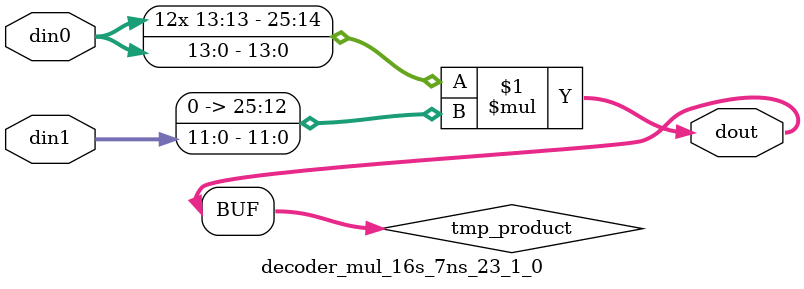
<source format=v>

`timescale 1 ns / 1 ps

 module decoder_mul_16s_7ns_23_1_0(din0, din1, dout);
parameter ID = 1;
parameter NUM_STAGE = 0;
parameter din0_WIDTH = 14;
parameter din1_WIDTH = 12;
parameter dout_WIDTH = 26;

input [din0_WIDTH - 1 : 0] din0; 
input [din1_WIDTH - 1 : 0] din1; 
output [dout_WIDTH - 1 : 0] dout;

wire signed [dout_WIDTH - 1 : 0] tmp_product;


























assign tmp_product = $signed(din0) * $signed({1'b0, din1});









assign dout = tmp_product;





















endmodule

</source>
